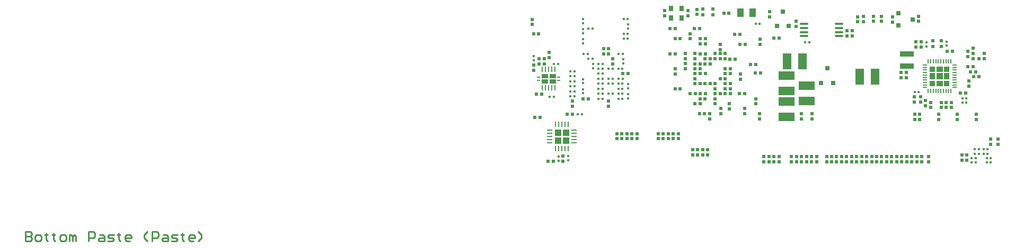
<source format=gbr>
G04 Layer_Color=128*
%FSLAX24Y24*%
%MOIN*%
%TF.FileFunction,Paste,Bot*%
%TF.Part,Single*%
G01*
G75*
%TA.AperFunction,SMDPad,CuDef*%
%ADD17R,0.0295X0.0295*%
%ADD18R,0.0197X0.0205*%
%ADD22R,0.0217X0.0217*%
%ADD24O,0.0098X0.0354*%
%ADD25O,0.0354X0.0098*%
%ADD31R,0.0531X0.1024*%
%ADD32R,0.0394X0.0571*%
%ADD33R,0.1024X0.0531*%
%ADD34R,0.0138X0.0138*%
%ADD35R,0.0138X0.0138*%
%ADD36R,0.0205X0.0197*%
%ADD37R,0.0906X0.0335*%
%ADD38R,0.0217X0.0217*%
%TA.AperFunction,NonConductor*%
%ADD53C,0.0100*%
%TA.AperFunction,SMDPad,CuDef*%
%ADD70O,0.0551X0.0138*%
%ADD72O,0.0295X0.0079*%
%ADD73O,0.0079X0.0295*%
%ADD76R,0.0256X0.0335*%
%ADD77R,0.0295X0.0295*%
%TA.AperFunction,NonConductor*%
%ADD82R,0.0400X0.0400*%
%ADD92R,0.0394X0.0394*%
%ADD93R,0.0354X0.0354*%
%ADD94R,0.0394X0.0354*%
%ADD95R,0.0394X0.0354*%
%ADD96R,0.0354X0.0394*%
%ADD97R,0.0413X0.0268*%
%ADD98R,0.0197X0.0102*%
%TA.AperFunction,SMDPad,SMDef*%
%ADD99R,0.0240X0.0220*%
%TA.AperFunction,SMDPad,CuDef*%
G04:AMPARAMS|DCode=100|XSize=9.1mil|YSize=31.5mil|CornerRadius=1mil|HoleSize=0mil|Usage=FLASHONLY|Rotation=180.000|XOffset=0mil|YOffset=0mil|HoleType=Round|Shape=RoundedRectangle|*
%AMROUNDEDRECTD100*
21,1,0.0091,0.0295,0,0,180.0*
21,1,0.0071,0.0315,0,0,180.0*
1,1,0.0020,-0.0035,0.0147*
1,1,0.0020,0.0035,0.0147*
1,1,0.0020,0.0035,-0.0147*
1,1,0.0020,-0.0035,-0.0147*
%
%ADD100ROUNDEDRECTD100*%
D17*
X17244Y11278D02*
D03*
X16870Y10376D02*
D03*
X17618D02*
D03*
X20413Y6793D02*
D03*
X19665D02*
D03*
X20039Y7695D02*
D03*
D18*
X12041Y9252D02*
D03*
X12368D02*
D03*
X13537Y11181D02*
D03*
X13864D02*
D03*
X17014Y9606D02*
D03*
X16687D02*
D03*
X1896Y9882D02*
D03*
X1569D02*
D03*
X27919Y8780D02*
D03*
X27593D02*
D03*
X28419Y6142D02*
D03*
X28746D02*
D03*
X1648Y4606D02*
D03*
X1974D02*
D03*
X3695Y4803D02*
D03*
X4022D02*
D03*
X12986Y6102D02*
D03*
X13313D02*
D03*
X2250Y7992D02*
D03*
X1923D02*
D03*
X4679Y5787D02*
D03*
X5006D02*
D03*
X7199Y7362D02*
D03*
X7526D02*
D03*
X27841Y5236D02*
D03*
X27514D02*
D03*
X29049Y7480D02*
D03*
X29376D02*
D03*
X29573Y7165D02*
D03*
X29246D02*
D03*
X25618Y9370D02*
D03*
X25945D02*
D03*
Y9055D02*
D03*
X25618D02*
D03*
X25006Y7441D02*
D03*
X24679D02*
D03*
Y7126D02*
D03*
X25006D02*
D03*
X2801Y1850D02*
D03*
X2474D02*
D03*
X12053Y7677D02*
D03*
X11726D02*
D03*
X12368Y7362D02*
D03*
X12041D02*
D03*
X11726Y7992D02*
D03*
X12053D02*
D03*
X13943Y7677D02*
D03*
X13616D02*
D03*
X13943Y6732D02*
D03*
X13616D02*
D03*
X13943Y6102D02*
D03*
X13616D02*
D03*
X13943Y6417D02*
D03*
X13616D02*
D03*
X13943Y7362D02*
D03*
X13616D02*
D03*
X12683Y7992D02*
D03*
X12356D02*
D03*
X12368Y6102D02*
D03*
X12041D02*
D03*
X12368Y8622D02*
D03*
X12041D02*
D03*
X10152Y10197D02*
D03*
X10478D02*
D03*
X10467Y9567D02*
D03*
X10793D02*
D03*
X10467Y6417D02*
D03*
X10793D02*
D03*
X10478Y8622D02*
D03*
X10152D02*
D03*
X15230Y7953D02*
D03*
X15557D02*
D03*
X14848Y6102D02*
D03*
X14522D02*
D03*
X15833Y7402D02*
D03*
X15506D02*
D03*
X12053Y5472D02*
D03*
X11726D02*
D03*
X13628Y7047D02*
D03*
X13301D02*
D03*
X14533Y9843D02*
D03*
X14207D02*
D03*
X14888Y9213D02*
D03*
X14561D02*
D03*
X13931Y8268D02*
D03*
X14258D02*
D03*
X11687Y10197D02*
D03*
X12014D02*
D03*
X12683Y8307D02*
D03*
X12356D02*
D03*
Y6732D02*
D03*
X12683D02*
D03*
X12368Y9567D02*
D03*
X12041D02*
D03*
X12329Y4843D02*
D03*
X12002D02*
D03*
X12362Y5787D02*
D03*
X12035D02*
D03*
X11726Y6732D02*
D03*
X12053D02*
D03*
X1923Y8307D02*
D03*
X2250D02*
D03*
X2093Y6063D02*
D03*
X1766D02*
D03*
X11411Y6102D02*
D03*
X11738D02*
D03*
X27514Y5551D02*
D03*
X27841D02*
D03*
D22*
X12835Y11437D02*
D03*
Y11083D02*
D03*
X12205D02*
D03*
Y11437D02*
D03*
D24*
X3744Y4168D02*
D03*
X3547D02*
D03*
X3350D02*
D03*
X3153D02*
D03*
X2956D02*
D03*
Y2632D02*
D03*
X3153D02*
D03*
X3350D02*
D03*
X3547D02*
D03*
X3744D02*
D03*
D25*
X4118Y3006D02*
D03*
Y3203D02*
D03*
Y3400D02*
D03*
Y3597D02*
D03*
Y3794D02*
D03*
X2582D02*
D03*
Y3597D02*
D03*
Y3400D02*
D03*
Y3203D02*
D03*
Y3006D02*
D03*
D31*
X18474Y8150D02*
D03*
X17510D02*
D03*
X23041Y7165D02*
D03*
X22077D02*
D03*
D32*
X15335Y11220D02*
D03*
X14587D02*
D03*
D33*
X17480Y6289D02*
D03*
Y7254D02*
D03*
X18740Y6624D02*
D03*
Y5659D02*
D03*
X17480Y5610D02*
D03*
Y4646D02*
D03*
D34*
X7520Y5817D02*
D03*
Y6073D02*
D03*
X27559Y9390D02*
D03*
Y9134D02*
D03*
X26299Y9341D02*
D03*
Y9085D02*
D03*
X3740Y2175D02*
D03*
Y1919D02*
D03*
X3150Y1880D02*
D03*
Y2136D02*
D03*
X1575Y8474D02*
D03*
Y8219D02*
D03*
X7520Y6447D02*
D03*
Y6703D02*
D03*
X7205Y8022D02*
D03*
Y8278D02*
D03*
X7520Y10226D02*
D03*
Y10482D02*
D03*
X4685Y6132D02*
D03*
Y6388D02*
D03*
Y7018D02*
D03*
Y6762D02*
D03*
X5315Y7707D02*
D03*
Y7963D02*
D03*
X4685Y9281D02*
D03*
Y9537D02*
D03*
X4685Y9911D02*
D03*
Y10167D02*
D03*
Y10541D02*
D03*
Y10797D02*
D03*
D35*
X7165Y7677D02*
D03*
X6909D02*
D03*
X5020Y8307D02*
D03*
X5276D02*
D03*
X25541Y6220D02*
D03*
X25797D02*
D03*
X4144Y7205D02*
D03*
X3888D02*
D03*
X30069Y2047D02*
D03*
X30325D02*
D03*
X29872Y2323D02*
D03*
X30128D02*
D03*
X29577D02*
D03*
X29321D02*
D03*
X29380Y2047D02*
D03*
X29124D02*
D03*
X30069Y1772D02*
D03*
X30325D02*
D03*
X29872Y2598D02*
D03*
X30128D02*
D03*
X29577D02*
D03*
X29321D02*
D03*
X29380Y1772D02*
D03*
X29124D02*
D03*
X15797Y10512D02*
D03*
X15541D02*
D03*
X28789Y5827D02*
D03*
X28533D02*
D03*
Y5551D02*
D03*
X28789D02*
D03*
X18652Y9331D02*
D03*
X18907D02*
D03*
X5906Y6732D02*
D03*
X5650D02*
D03*
X6545D02*
D03*
X6289D02*
D03*
X5906Y6417D02*
D03*
X5650D02*
D03*
X4144Y6575D02*
D03*
X3888D02*
D03*
X6909Y6417D02*
D03*
X7165D02*
D03*
X4144Y6260D02*
D03*
X3888D02*
D03*
X6909Y6102D02*
D03*
X7165D02*
D03*
X4144Y5945D02*
D03*
X3888D02*
D03*
X6909Y5787D02*
D03*
X7165D02*
D03*
X5650Y6102D02*
D03*
X5906D02*
D03*
X6289Y7677D02*
D03*
X6545D02*
D03*
X6535Y6102D02*
D03*
X6280D02*
D03*
X6289Y7047D02*
D03*
X6545D02*
D03*
X5650Y5787D02*
D03*
X5906D02*
D03*
Y7047D02*
D03*
X5650D02*
D03*
X7165Y6732D02*
D03*
X6909D02*
D03*
X3888Y6890D02*
D03*
X4144D02*
D03*
X5650Y7362D02*
D03*
X5906D02*
D03*
Y7677D02*
D03*
X5650D02*
D03*
Y7992D02*
D03*
X5906D02*
D03*
X3888Y7520D02*
D03*
X4144D02*
D03*
X4616Y4803D02*
D03*
X4360D02*
D03*
X3120Y7992D02*
D03*
X2864D02*
D03*
X2589Y5906D02*
D03*
X2844D02*
D03*
X7175Y8622D02*
D03*
X6919D02*
D03*
X7490Y9567D02*
D03*
X7234D02*
D03*
Y9882D02*
D03*
X7490D02*
D03*
Y10827D02*
D03*
X7234D02*
D03*
X4715Y8622D02*
D03*
X4970D02*
D03*
X5030Y10197D02*
D03*
X5285D02*
D03*
X7175Y7047D02*
D03*
X6919D02*
D03*
D36*
X5984Y8943D02*
D03*
Y8616D02*
D03*
X29409Y4809D02*
D03*
Y4482D02*
D03*
X24134Y10951D02*
D03*
Y10624D02*
D03*
X30787Y2907D02*
D03*
Y3234D02*
D03*
X30315D02*
D03*
Y2907D02*
D03*
X11417Y9888D02*
D03*
Y9561D02*
D03*
X22939Y10661D02*
D03*
Y10988D02*
D03*
X23451Y10661D02*
D03*
Y10988D02*
D03*
X25787Y10663D02*
D03*
Y10990D02*
D03*
X11299Y11018D02*
D03*
Y11344D02*
D03*
X16417Y11266D02*
D03*
Y10939D02*
D03*
X25354Y1805D02*
D03*
Y2132D02*
D03*
X25039Y1805D02*
D03*
Y2132D02*
D03*
X24724Y1805D02*
D03*
Y2132D02*
D03*
X24409Y1805D02*
D03*
Y2132D02*
D03*
X24094Y1805D02*
D03*
Y2132D02*
D03*
X23780Y1805D02*
D03*
Y2132D02*
D03*
X23465Y1805D02*
D03*
Y2132D02*
D03*
X23150Y1805D02*
D03*
Y2132D02*
D03*
X22835Y1805D02*
D03*
Y2132D02*
D03*
X22520Y1805D02*
D03*
Y2132D02*
D03*
X22205Y1805D02*
D03*
Y2132D02*
D03*
X21890Y1805D02*
D03*
Y2132D02*
D03*
X21575Y1805D02*
D03*
Y2132D02*
D03*
X21260Y1805D02*
D03*
Y2132D02*
D03*
X20945Y1805D02*
D03*
Y2132D02*
D03*
X20630Y1805D02*
D03*
Y2132D02*
D03*
X20315Y1805D02*
D03*
Y2132D02*
D03*
X20000D02*
D03*
Y1805D02*
D03*
X26417Y2132D02*
D03*
Y1805D02*
D03*
X19055D02*
D03*
Y2132D02*
D03*
X18740D02*
D03*
Y1805D02*
D03*
X18425D02*
D03*
Y2132D02*
D03*
X18110D02*
D03*
Y1805D02*
D03*
X17795D02*
D03*
Y2132D02*
D03*
X17008D02*
D03*
Y1805D02*
D03*
X16693D02*
D03*
Y2132D02*
D03*
X16378D02*
D03*
Y1805D02*
D03*
X16063D02*
D03*
Y2132D02*
D03*
X10354Y3262D02*
D03*
Y3589D02*
D03*
X10039D02*
D03*
Y3262D02*
D03*
X9724D02*
D03*
Y3589D02*
D03*
X9409D02*
D03*
Y3262D02*
D03*
X19370Y2132D02*
D03*
Y1805D02*
D03*
X8071Y3589D02*
D03*
Y3262D02*
D03*
X7756D02*
D03*
Y3589D02*
D03*
X7441D02*
D03*
Y3262D02*
D03*
X7126D02*
D03*
Y3589D02*
D03*
X6811D02*
D03*
Y3262D02*
D03*
X1496Y10467D02*
D03*
Y10793D02*
D03*
X18425Y4522D02*
D03*
Y4848D02*
D03*
X19094D02*
D03*
Y4522D02*
D03*
X28228Y4482D02*
D03*
Y4809D02*
D03*
X27047D02*
D03*
Y4482D02*
D03*
X25866D02*
D03*
Y4809D02*
D03*
X25512Y5911D02*
D03*
Y5585D02*
D03*
X27205Y5230D02*
D03*
Y5557D02*
D03*
X12992Y5467D02*
D03*
Y5793D02*
D03*
X11732Y7041D02*
D03*
Y7368D02*
D03*
X1575Y7593D02*
D03*
Y7919D02*
D03*
X11102Y8301D02*
D03*
Y8628D02*
D03*
Y7998D02*
D03*
Y7671D02*
D03*
X6565Y7986D02*
D03*
Y8313D02*
D03*
X25984Y2132D02*
D03*
Y1805D02*
D03*
X25669D02*
D03*
Y2132D02*
D03*
X13307Y9219D02*
D03*
Y8892D02*
D03*
X9803Y11344D02*
D03*
Y11018D02*
D03*
X29213Y8982D02*
D03*
Y8656D02*
D03*
X28937Y6896D02*
D03*
Y6569D02*
D03*
X28898Y8785D02*
D03*
Y8459D02*
D03*
X29921Y8301D02*
D03*
Y8628D02*
D03*
X25551Y4482D02*
D03*
Y4809D02*
D03*
X3425Y2171D02*
D03*
Y1844D02*
D03*
X13622Y8628D02*
D03*
Y8301D02*
D03*
X13307Y8628D02*
D03*
Y8301D02*
D03*
X12992Y8628D02*
D03*
Y8301D02*
D03*
X14567Y7002D02*
D03*
Y7329D02*
D03*
X11850Y11423D02*
D03*
Y11096D02*
D03*
X10472Y7683D02*
D03*
Y7356D02*
D03*
X15827Y9207D02*
D03*
Y9533D02*
D03*
X12992Y6411D02*
D03*
Y6738D02*
D03*
X14843Y4837D02*
D03*
Y5163D02*
D03*
X13898Y5478D02*
D03*
Y5152D02*
D03*
X15551Y5793D02*
D03*
Y5467D02*
D03*
X15787Y4522D02*
D03*
Y4848D02*
D03*
X13346Y5163D02*
D03*
Y4837D02*
D03*
X12638Y4848D02*
D03*
Y4522D02*
D03*
X21299Y10085D02*
D03*
Y9758D02*
D03*
X21614D02*
D03*
Y10085D02*
D03*
X18071Y10675D02*
D03*
Y10348D02*
D03*
X22309Y10965D02*
D03*
Y10638D02*
D03*
X21955Y10632D02*
D03*
Y10959D02*
D03*
X6299Y5309D02*
D03*
Y5636D02*
D03*
X6299Y8616D02*
D03*
Y8943D02*
D03*
X4016Y5309D02*
D03*
Y5636D02*
D03*
X2559Y8380D02*
D03*
Y8707D02*
D03*
X11732Y8628D02*
D03*
Y8301D02*
D03*
X25906Y5585D02*
D03*
Y5911D02*
D03*
X26220Y5675D02*
D03*
Y5348D02*
D03*
X26535Y5230D02*
D03*
Y5557D02*
D03*
X11890Y2571D02*
D03*
Y2244D02*
D03*
X12205D02*
D03*
Y2571D02*
D03*
X12520Y2244D02*
D03*
Y2571D02*
D03*
X11575D02*
D03*
Y2244D02*
D03*
X10669Y3589D02*
D03*
Y3262D02*
D03*
X28819Y1923D02*
D03*
Y2250D02*
D03*
X28504D02*
D03*
Y1923D02*
D03*
D37*
X25039Y7835D02*
D03*
Y8622D02*
D03*
D38*
X29587Y8307D02*
D03*
X29232D02*
D03*
X29232Y7795D02*
D03*
X28878D02*
D03*
D53*
X-30400Y-2600D02*
Y-3200D01*
X-30100D01*
X-30000Y-3100D01*
Y-3000D01*
X-30100Y-2900D01*
X-30400D01*
X-30100D01*
X-30000Y-2800D01*
Y-2700D01*
X-30100Y-2600D01*
X-30400D01*
X-29700Y-3200D02*
X-29500D01*
X-29400Y-3100D01*
Y-2900D01*
X-29500Y-2800D01*
X-29700D01*
X-29800Y-2900D01*
Y-3100D01*
X-29700Y-3200D01*
X-29100Y-2700D02*
Y-2800D01*
X-29200D01*
X-29000D01*
X-29100D01*
Y-3100D01*
X-29000Y-3200D01*
X-28601Y-2700D02*
Y-2800D01*
X-28701D01*
X-28501D01*
X-28601D01*
Y-3100D01*
X-28501Y-3200D01*
X-28101D02*
X-27901D01*
X-27801Y-3100D01*
Y-2900D01*
X-27901Y-2800D01*
X-28101D01*
X-28201Y-2900D01*
Y-3100D01*
X-28101Y-3200D01*
X-27601D02*
Y-2800D01*
X-27501D01*
X-27401Y-2900D01*
Y-3200D01*
Y-2900D01*
X-27301Y-2800D01*
X-27201Y-2900D01*
Y-3200D01*
X-26401D02*
Y-2600D01*
X-26101D01*
X-26001Y-2700D01*
Y-2900D01*
X-26101Y-3000D01*
X-26401D01*
X-25702Y-2800D02*
X-25502D01*
X-25402Y-2900D01*
Y-3200D01*
X-25702D01*
X-25801Y-3100D01*
X-25702Y-3000D01*
X-25402D01*
X-25202Y-3200D02*
X-24902D01*
X-24802Y-3100D01*
X-24902Y-3000D01*
X-25102D01*
X-25202Y-2900D01*
X-25102Y-2800D01*
X-24802D01*
X-24502Y-2700D02*
Y-2800D01*
X-24602D01*
X-24402D01*
X-24502D01*
Y-3100D01*
X-24402Y-3200D01*
X-23802D02*
X-24002D01*
X-24102Y-3100D01*
Y-2900D01*
X-24002Y-2800D01*
X-23802D01*
X-23702Y-2900D01*
Y-3000D01*
X-24102D01*
X-22702Y-3200D02*
X-22902Y-3000D01*
Y-2800D01*
X-22702Y-2600D01*
X-22403Y-3200D02*
Y-2600D01*
X-22103D01*
X-22003Y-2700D01*
Y-2900D01*
X-22103Y-3000D01*
X-22403D01*
X-21703Y-2800D02*
X-21503D01*
X-21403Y-2900D01*
Y-3200D01*
X-21703D01*
X-21803Y-3100D01*
X-21703Y-3000D01*
X-21403D01*
X-21203Y-3200D02*
X-20903D01*
X-20803Y-3100D01*
X-20903Y-3000D01*
X-21103D01*
X-21203Y-2900D01*
X-21103Y-2800D01*
X-20803D01*
X-20503Y-2700D02*
Y-2800D01*
X-20603D01*
X-20403D01*
X-20503D01*
Y-3100D01*
X-20403Y-3200D01*
X-19803D02*
X-20003D01*
X-20103Y-3100D01*
Y-2900D01*
X-20003Y-2800D01*
X-19803D01*
X-19703Y-2900D01*
Y-3000D01*
X-20103D01*
X-19504Y-3200D02*
X-19304Y-3000D01*
Y-2800D01*
X-19504Y-2600D01*
D70*
X20787Y10502D02*
D03*
Y10246D02*
D03*
Y9990D02*
D03*
Y9734D02*
D03*
X18583Y10502D02*
D03*
Y10246D02*
D03*
Y9990D02*
D03*
Y9734D02*
D03*
D72*
X26171Y7913D02*
D03*
Y7756D02*
D03*
Y7598D02*
D03*
Y7441D02*
D03*
Y7283D02*
D03*
Y7126D02*
D03*
Y6969D02*
D03*
Y6811D02*
D03*
Y6654D02*
D03*
Y6496D02*
D03*
X28041D02*
D03*
Y6654D02*
D03*
Y6811D02*
D03*
Y6969D02*
D03*
Y7126D02*
D03*
Y7283D02*
D03*
Y7441D02*
D03*
Y7598D02*
D03*
Y7756D02*
D03*
Y7913D02*
D03*
D73*
X26398Y6270D02*
D03*
X26555D02*
D03*
X26713D02*
D03*
X26870D02*
D03*
X27028D02*
D03*
X27185D02*
D03*
X27343D02*
D03*
X27500D02*
D03*
X27657D02*
D03*
X27815D02*
D03*
Y8140D02*
D03*
X27657D02*
D03*
X27500D02*
D03*
X27343D02*
D03*
X27185D02*
D03*
X27028D02*
D03*
X26870D02*
D03*
X26713D02*
D03*
X26555D02*
D03*
X26398D02*
D03*
D76*
X10876Y11486D02*
D03*
X10226D02*
D03*
Y10876D02*
D03*
X10876D02*
D03*
D77*
X24510Y10413D02*
D03*
Y11161D02*
D03*
X25411Y10787D02*
D03*
D82*
X3600Y3150D02*
D03*
Y3650D02*
D03*
X3100Y3150D02*
D03*
Y3650D02*
D03*
D92*
X27106Y7205D02*
D03*
D93*
X27559Y6752D02*
D03*
X27559Y7657D02*
D03*
X26654Y6752D02*
D03*
X26654Y7657D02*
D03*
D94*
X27106Y7657D02*
D03*
D95*
X27106Y6752D02*
D03*
D96*
X27559Y7205D02*
D03*
X26654Y7205D02*
D03*
D97*
X2270Y7224D02*
D03*
X2270Y6870D02*
D03*
X2769Y6870D02*
D03*
X2769Y7224D02*
D03*
D98*
X1878Y7146D02*
D03*
X1878Y6949D02*
D03*
X3161Y6949D02*
D03*
X3161Y7145D02*
D03*
D99*
X26673Y9065D02*
D03*
Y9459D02*
D03*
X27205D02*
D03*
Y9065D02*
D03*
D100*
X2126Y7628D02*
D03*
X2323D02*
D03*
X2520D02*
D03*
X2717D02*
D03*
X2913D02*
D03*
Y6467D02*
D03*
X2717D02*
D03*
X2520D02*
D03*
X2323D02*
D03*
X2126D02*
D03*
%TF.MD5,ab7a1d0f50273a3bb53bfd29e1868cdc*%
M02*

</source>
